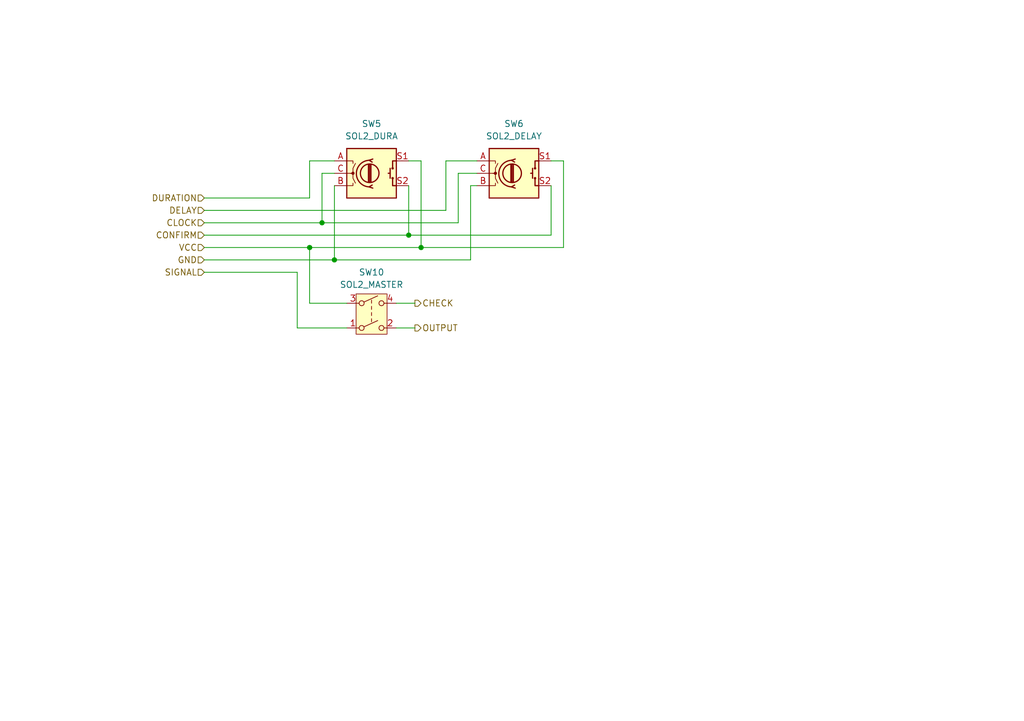
<source format=kicad_sch>
(kicad_sch (version 20231120) (generator "eeschema") (generator_version "8.0")
  (paper "A5")
  (lib_symbols
    (symbol "Device:RotaryEncoder_Switch" (pin_names (offset 0.254) hide)
      (property "Reference" "SW" (at 0 6.604 0))
      (property "Value" "RotaryEncoder_Switch" (at 0 -6.604 0))
      (symbol "RotaryEncoder_Switch_0_1"
        (rectangle (start -5.08 5.08) (end 5.08 -5.08) (stroke (width 0.254)) (fill (type background)))
        (circle (center -3.81 0) (radius 0.254) (fill (type outline)))
        (circle (center -0.381 0) (radius 1.905) (stroke (width 0.254)))
        (arc (start -0.381 2.667) (mid -3.0988 -0.0635) (end -0.381 -2.794) (stroke (width 0.254)))
        (polyline (pts (xy -0.635 -1.778) (xy -0.635 1.778)) (stroke (width 0.254)))
        (polyline (pts (xy -0.381 -1.778) (xy -0.381 1.778)) (stroke (width 0.254)))
        (polyline (pts (xy -0.127 1.778) (xy -0.127 -1.778)) (stroke (width 0.254)))
        (polyline (pts (xy 3.81 0) (xy 3.429 0)) (stroke (width 0.254)))
        (polyline (pts (xy 3.81 1.016) (xy 3.81 -1.016)) (stroke (width 0.254)))
        (polyline (pts (xy -5.08 -2.54) (xy -3.81 -2.54) (xy -3.81 -2.032)))
        (polyline (pts (xy -5.08 2.54) (xy -3.81 2.54) (xy -3.81 2.032)))
        (polyline (pts (xy 0.254 -3.048) (xy -0.508 -2.794) (xy 0.127 -2.413)) (stroke (width 0.254)))
        (polyline (pts (xy 0.254 2.921) (xy -0.508 2.667) (xy 0.127 2.286)) (stroke (width 0.254)))
        (polyline (pts (xy 5.08 -2.54) (xy 4.318 -2.54) (xy 4.318 -1.016)) (stroke (width 0.254)))
        (polyline (pts (xy 5.08 2.54) (xy 4.318 2.54) (xy 4.318 1.016)) (stroke (width 0.254)))
        (polyline (pts (xy -5.08 0) (xy -3.81 0) (xy -3.81 -1.016) (xy -3.302 -2.032)))
        (polyline (pts (xy -4.318 0) (xy -3.81 0) (xy -3.81 1.016) (xy -3.302 2.032)))
        (circle (center 4.318 -1.016) (radius 0.127) (stroke (width 0.254)))
        (circle (center 4.318 1.016) (radius 0.127) (stroke (width 0.254)))
      )
      (symbol "RotaryEncoder_Switch_1_1"
        (pin passive line (at -7.62 2.54 0) (length 2.54) (name "A") (number "A"))
        (pin passive line (at -7.62 -2.54 0) (length 2.54) (name "B") (number "B"))
        (pin passive line (at -7.62 0 0) (length 2.54) (name "C") (number "C"))
        (pin passive line (at 7.62 2.54 180) (length 2.54) (name "S1") (number "S1"))
        (pin passive line (at 7.62 -2.54 180) (length 2.54) (name "S2") (number "S2"))
      )
    )
    (symbol "Switch:SW_DPST" (pin_names (offset 0) hide)
      (property "Reference" "SW" (at 0 6.35 0))
      (property "Value" "SW_DPST" (at 0 -5.08 0))
      (symbol "SW_DPST_0_0"
        (circle (center -2.032 -2.54) (radius 0.508))
        (circle (center -2.032 2.54) (radius 0.508))
        (polyline (pts (xy -1.524 -2.286) (xy 1.27 -1.016)))
        (polyline (pts (xy -1.524 2.794) (xy 1.27 4.064)))
        (polyline (pts (xy 0 -1.27) (xy 0 -0.635)))
        (polyline (pts (xy 0 0) (xy 0 0.635)))
        (polyline (pts (xy 0 1.27) (xy 0 1.905)))
        (polyline (pts (xy 0 2.54) (xy 0 3.175)))
        (circle (center 2.032 -2.54) (radius 0.508))
        (circle (center 2.032 2.54) (radius 0.508))
      )
      (symbol "SW_DPST_1_1"
        (rectangle (start -3.175 4.445) (end 3.175 -3.81) (fill (type background)))
        (pin passive line (at -5.08 -2.54 0) (length 2.54) (name "1") (number "1"))
        (pin passive line (at 5.08 -2.54 180) (length 2.54) (name "2") (number "2"))
        (pin passive line (at -5.08 2.54 0) (length 2.54) (name "3") (number "3"))
        (pin passive line (at 5.08 2.54 180) (length 2.54) (name "4") (number "4"))
      )
    )
  )
  (junction (at 83.82 48.26))
  (junction (at 86.36 50.8))
  (junction (at 68.58 53.34))
  (junction (at 63.5 50.8))
  (junction (at 66.04 45.72))
  (wire (pts (xy 83.82 33.02) (xy 86.36 33.02)))
  (wire (pts (xy 91.44 43.18) (xy 41.91 43.18)))
  (wire (pts (xy 93.98 35.56) (xy 93.98 45.72)))
  (wire (pts (xy 81.28 67.31) (xy 85.09 67.31)))
  (wire (pts (xy 86.36 33.02) (xy 86.36 50.8)))
  (wire (pts (xy 96.52 38.1) (xy 96.52 53.34)))
  (wire (pts (xy 68.58 35.56) (xy 66.04 35.56)))
  (wire (pts (xy 60.96 67.31) (xy 71.12 67.31)))
  (wire (pts (xy 86.36 50.8) (xy 63.5 50.8)))
  (wire (pts (xy 63.5 33.02) (xy 63.5 40.64)))
  (wire (pts (xy 113.03 38.1) (xy 113.03 48.26)))
  (wire (pts (xy 83.82 38.1) (xy 83.82 48.26)))
  (wire (pts (xy 115.57 33.02) (xy 115.57 50.8)))
  (wire (pts (xy 97.79 35.56) (xy 93.98 35.56)))
  (wire (pts (xy 41.91 45.72) (xy 66.04 45.72)))
  (wire (pts (xy 113.03 33.02) (xy 115.57 33.02)))
  (wire (pts (xy 96.52 53.34) (xy 68.58 53.34)))
  (wire (pts (xy 68.58 33.02) (xy 63.5 33.02)))
  (wire (pts (xy 68.58 53.34) (xy 41.91 53.34)))
  (wire (pts (xy 41.91 50.8) (xy 63.5 50.8)))
  (wire (pts (xy 68.58 38.1) (xy 68.58 53.34)))
  (wire (pts (xy 63.5 62.23) (xy 71.12 62.23)))
  (wire (pts (xy 97.79 38.1) (xy 96.52 38.1)))
  (wire (pts (xy 86.36 50.8) (xy 115.57 50.8)))
  (wire (pts (xy 83.82 48.26) (xy 113.03 48.26)))
  (wire (pts (xy 91.44 33.02) (xy 91.44 43.18)))
  (wire (pts (xy 63.5 50.8) (xy 63.5 62.23)))
  (wire (pts (xy 60.96 55.88) (xy 41.91 55.88)))
  (wire (pts (xy 41.91 48.26) (xy 83.82 48.26)))
  (wire (pts (xy 97.79 33.02) (xy 91.44 33.02)))
  (wire (pts (xy 60.96 67.31) (xy 60.96 55.88)))
  (wire (pts (xy 66.04 35.56) (xy 66.04 45.72)))
  (wire (pts (xy 63.5 40.64) (xy 41.91 40.64)))
  (wire (pts (xy 81.28 62.23) (xy 85.09 62.23)))
  (wire (pts (xy 93.98 45.72) (xy 66.04 45.72)))
  (hierarchical_label "OUTPUT" (shape output) (at 85.09 67.31 0))
  (hierarchical_label "CHECK" (shape output) (at 85.09 62.23 0))
  (hierarchical_label "GND" (shape input) (at 41.91 53.34 180))
  (hierarchical_label "DELAY" (shape input) (at 41.91 43.18 180))
  (hierarchical_label "VCC" (shape input) (at 41.91 50.8 180))
  (hierarchical_label "SIGNAL" (shape input) (at 41.91 55.88 180))
  (hierarchical_label "CLOCK" (shape input) (at 41.91 45.72 180))
  (hierarchical_label "CONFIRM" (shape input) (at 41.91 48.26 180))
  (hierarchical_label "DURATION" (shape input) (at 41.91 40.64 180))
  (symbol (lib_id "Device:RotaryEncoder_Switch") (at 105.41 35.56 0) (unit 1)
    (property "Reference" "SW6" (at 105.41 25.4 0))
    (property "Value" "SOL2_DELAY" (at 105.41 27.94 0))
    (property "Description" "Rotary encoder, dual channel, incremental quadrate outputs, with switch" (effects (hide yes)))
  )
  (symbol (lib_id "Switch:SW_DPST") (at 76.2 64.77 0) (unit 1)
    (property "Reference" "SW10" (at 76.2 55.88 0))
    (property "Value" "SOL2_MASTER" (at 76.2 58.42 0))
    (property "Description" "Double Pole Single Throw (DPST) Switch" (effects (hide yes)))
  )
  (symbol (lib_id "Device:RotaryEncoder_Switch") (at 76.2 35.56 0) (unit 1)
    (property "Reference" "SW5" (at 76.2 25.4 0))
    (property "Value" "SOL2_DURA" (at 76.2 27.94 0))
    (property "Description" "Rotary encoder, dual channel, incremental quadrate outputs, with switch" (effects (hide yes)))
  )
)
</source>
